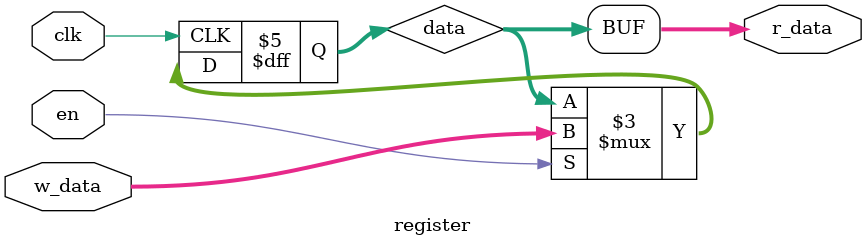
<source format=v>
`timescale 1ns / 1ps


module register#(parameter WIDTH=32)
(
input en,clk,
input [WIDTH-1:0]w_data,
output [WIDTH-1:0]r_data
    );
    reg [WIDTH-1:0]data;
    always@(posedge clk)
    begin
    if(en)data<=w_data;
    else data<=data;
    end
    assign r_data=data;
endmodule

</source>
